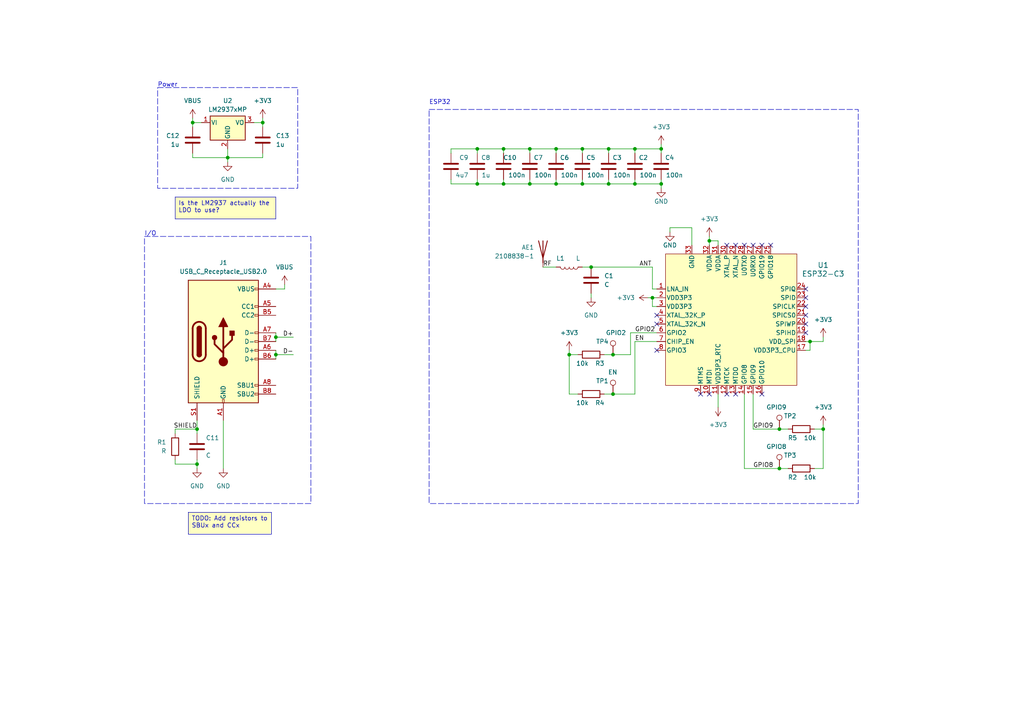
<source format=kicad_sch>
(kicad_sch (version 20230121) (generator eeschema)
  (paper "A4")
  (lib_symbols
    (symbol "Connector:TestPoint" (pin_numbers hide) (pin_names (offset 0.762) hide)
      (property "Reference" "TP" (at 0 6.858 0))
      (property "Value" "TestPoint" (at 0 5.08 0))
      (symbol "TestPoint_0_1"
        (circle (center 0 3.302) (radius 0.762))
      )
      (symbol "TestPoint_1_1"
        (pin passive line (at 0 0 90) (length 2.54) (name "1") (number "1"))
      )
    )
    (symbol "Connector:USB_C_Receptacle_USB2.0" (pin_names (offset 1.016))
      (property "Reference" "J" (at -10.16 19.05 0))
      (property "Value" "USB_C_Receptacle_USB2.0" (at 19.05 19.05 0))
      (symbol "USB_C_Receptacle_USB2.0_0_0"
        (rectangle (start -0.254 -17.78) (end 0.254 -16.764))
        (rectangle (start 10.16 -14.986) (end 9.144 -15.494))
        (rectangle (start 10.16 -12.446) (end 9.144 -12.954))
        (rectangle (start 10.16 -4.826) (end 9.144 -5.334))
        (rectangle (start 10.16 -2.286) (end 9.144 -2.794))
        (rectangle (start 10.16 0.254) (end 9.144 -0.254))
        (rectangle (start 10.16 2.794) (end 9.144 2.286))
        (rectangle (start 10.16 7.874) (end 9.144 7.366))
        (rectangle (start 10.16 10.414) (end 9.144 9.906))
        (rectangle (start 10.16 15.494) (end 9.144 14.986))
      )
      (symbol "USB_C_Receptacle_USB2.0_0_1"
        (rectangle (start -10.16 17.78) (end 10.16 -17.78) (stroke (width 0.254)) (fill (type background)))
        (arc (start -8.89 -3.81) (mid -6.985 -5.7067) (end -5.08 -3.81) (stroke (width 0.508)))
        (arc (start -7.62 -3.81) (mid -6.985 -4.4423) (end -6.35 -3.81) (stroke (width 0.254)))
        (arc (start -7.62 -3.81) (mid -6.985 -4.4423) (end -6.35 -3.81) (stroke (width 0.254)) (fill (type outline)))
        (rectangle (start -7.62 -3.81) (end -6.35 3.81) (stroke (width 0.254)) (fill (type outline)))
        (arc (start -6.35 3.81) (mid -6.985 4.4423) (end -7.62 3.81) (stroke (width 0.254)))
        (arc (start -6.35 3.81) (mid -6.985 4.4423) (end -7.62 3.81) (stroke (width 0.254)) (fill (type outline)))
        (arc (start -5.08 3.81) (mid -6.985 5.7067) (end -8.89 3.81) (stroke (width 0.508)))
        (circle (center -2.54 1.143) (radius 0.635) (stroke (width 0.254)) (fill (type outline)))
        (circle (center 0 -5.842) (radius 1.27) (fill (type outline)))
        (polyline (pts (xy -8.89 -3.81) (xy -8.89 3.81)) (stroke (width 0.508)))
        (polyline (pts (xy -5.08 3.81) (xy -5.08 -3.81)) (stroke (width 0.508)))
        (polyline (pts (xy 0 -5.842) (xy 0 4.318)) (stroke (width 0.508)))
        (polyline (pts (xy 0 -3.302) (xy -2.54 -0.762) (xy -2.54 0.508)) (stroke (width 0.508)))
        (polyline (pts (xy 0 -2.032) (xy 2.54 0.508) (xy 2.54 1.778)) (stroke (width 0.508)))
        (polyline (pts (xy -1.27 4.318) (xy 0 6.858) (xy 1.27 4.318) (xy -1.27 4.318)) (stroke (width 0.254)) (fill (type outline)))
        (rectangle (start 1.905 1.778) (end 3.175 3.048) (stroke (width 0.254)) (fill (type outline)))
      )
      (symbol "USB_C_Receptacle_USB2.0_1_1"
        (pin passive line (at 0 -22.86 90) (length 5.08) (name "GND") (number "A1"))
        (pin passive line (at 0 -22.86 90) (length 5.08) hide (name "GND") (number "A12"))
        (pin passive line (at 15.24 15.24 180) (length 5.08) (name "VBUS") (number "A4"))
        (pin bidirectional line (at 15.24 10.16 180) (length 5.08) (name "CC1") (number "A5"))
        (pin bidirectional line (at 15.24 -2.54 180) (length 5.08) (name "D+") (number "A6"))
        (pin bidirectional line (at 15.24 2.54 180) (length 5.08) (name "D-") (number "A7"))
        (pin bidirectional line (at 15.24 -12.7 180) (length 5.08) (name "SBU1") (number "A8"))
        (pin passive line (at 15.24 15.24 180) (length 5.08) hide (name "VBUS") (number "A9"))
        (pin passive line (at 0 -22.86 90) (length 5.08) hide (name "GND") (number "B1"))
        (pin passive line (at 0 -22.86 90) (length 5.08) hide (name "GND") (number "B12"))
        (pin passive line (at 15.24 15.24 180) (length 5.08) hide (name "VBUS") (number "B4"))
        (pin bidirectional line (at 15.24 7.62 180) (length 5.08) (name "CC2") (number "B5"))
        (pin bidirectional line (at 15.24 -5.08 180) (length 5.08) (name "D+") (number "B6"))
        (pin bidirectional line (at 15.24 0 180) (length 5.08) (name "D-") (number "B7"))
        (pin bidirectional line (at 15.24 -15.24 180) (length 5.08) (name "SBU2") (number "B8"))
        (pin passive line (at 15.24 15.24 180) (length 5.08) hide (name "VBUS") (number "B9"))
        (pin passive line (at -7.62 -22.86 90) (length 5.08) (name "SHIELD") (number "S1"))
      )
    )
    (symbol "Device:Antenna" (pin_numbers hide) (pin_names (offset 1.016) hide)
      (property "Reference" "AE" (at -1.905 1.905 0))
      (property "Value" "Antenna" (at -1.905 0 0))
      (symbol "Antenna_0_1"
        (polyline (pts (xy 0 2.54) (xy 0 -3.81)) (stroke (width 0.254)))
        (polyline (pts (xy 1.27 2.54) (xy 0 -2.54) (xy -1.27 2.54)) (stroke (width 0.254)))
      )
      (symbol "Antenna_1_1"
        (pin input line (at 0 -5.08 90) (length 2.54) (name "A") (number "1"))
      )
    )
    (symbol "Device:C" (pin_numbers hide) (pin_names (offset 0.254))
      (property "Reference" "C" (at 0.635 2.54 0))
      (property "Value" "C" (at 0.635 -2.54 0))
      (symbol "C_0_1"
        (polyline (pts (xy -2.032 -0.762) (xy 2.032 -0.762)) (stroke (width 0.508)))
        (polyline (pts (xy -2.032 0.762) (xy 2.032 0.762)) (stroke (width 0.508)))
      )
      (symbol "C_1_1"
        (pin passive line (at 0 3.81 270) (length 2.794) (name "~") (number "1"))
        (pin passive line (at 0 -3.81 90) (length 2.794) (name "~") (number "2"))
      )
    )
    (symbol "Device:L" (pin_numbers hide) (pin_names (offset 1.016) hide)
      (property "Reference" "L" (at -1.27 0 90))
      (property "Value" "L" (at 1.905 0 90))
      (symbol "L_0_1"
        (arc (start 0 -2.54) (mid 0.6323 -1.905) (end 0 -1.27))
        (arc (start 0 -1.27) (mid 0.6323 -0.635) (end 0 0))
        (arc (start 0 0) (mid 0.6323 0.635) (end 0 1.27))
        (arc (start 0 1.27) (mid 0.6323 1.905) (end 0 2.54))
      )
      (symbol "L_1_1"
        (pin passive line (at 0 3.81 270) (length 1.27) (name "1") (number "1"))
        (pin passive line (at 0 -3.81 90) (length 1.27) (name "2") (number "2"))
      )
    )
    (symbol "Device:R" (pin_numbers hide) (pin_names (offset 0))
      (property "Reference" "R" (at 2.032 0 90))
      (property "Value" "R" (at 0 0 90))
      (symbol "R_0_1"
        (rectangle (start -1.016 -2.54) (end 1.016 2.54) (stroke (width 0.254)))
      )
      (symbol "R_1_1"
        (pin passive line (at 0 3.81 270) (length 1.27) (name "~") (number "1"))
        (pin passive line (at 0 -3.81 90) (length 1.27) (name "~") (number "2"))
      )
    )
    (symbol "Regulator_Linear:LM2937xMP" (pin_names (offset 0.254))
      (property "Reference" "U" (at -3.81 3.175 0))
      (property "Value" "LM2937xMP" (at 0 3.175 0))
      (symbol "LM2937xMP_0_1"
        (rectangle (start -5.08 -5.08) (end 5.08 1.905) (stroke (width 0.254)) (fill (type background)))
      )
      (symbol "LM2937xMP_1_1"
        (pin power_in line (at -7.62 0 0) (length 2.54) (name "VI") (number "1"))
        (pin power_in line (at 0 -7.62 90) (length 2.54) (name "GND") (number "2"))
        (pin power_out line (at 7.62 0 180) (length 2.54) (name "VO") (number "3"))
      )
    )
    (symbol "encyclopedia_galactica:ESP32-C3" (pin_names (offset 0.254))
      (property "Reference" "U" (at 0 43.18 0))
      (property "Value" "ESP32-C3" (at 0 40.64 0))
      (symbol "ESP32-C3_0_1"
        (pin bidirectional line (at -21.59 8.89 0) (length 2.54) (name "LNA_IN") (number "1"))
        (pin bidirectional line (at -6.35 -21.59 90) (length 2.54) (name "MTDI") (number "10"))
        (pin power_in line (at -3.81 -21.59 90) (length 2.54) (name "VDD3P3_RTC") (number "11"))
        (pin bidirectional line (at -1.27 -21.59 90) (length 2.54) (name "MTCK") (number "12"))
        (pin bidirectional line (at 1.27 -21.59 90) (length 2.54) (name "MTDO") (number "13"))
        (pin bidirectional line (at 3.81 -21.59 90) (length 2.54) (name "GPIO8") (number "14"))
        (pin bidirectional line (at 6.35 -21.59 90) (length 2.54) (name "GPIO9") (number "15"))
        (pin bidirectional line (at 8.89 -21.59 90) (length 2.54) (name "GPIO10") (number "16"))
        (pin power_in line (at 21.59 -8.89 180) (length 2.54) (name "VDD3P3_CPU") (number "17"))
        (pin power_in line (at 21.59 -6.35 180) (length 2.54) (name "VDD_SPI") (number "18"))
        (pin bidirectional line (at 21.59 -3.81 180) (length 2.54) (name "SPIHD") (number "19"))
        (pin power_in line (at -21.59 6.35 0) (length 2.54) (name "VDD3P3") (number "2"))
        (pin bidirectional line (at 21.59 -1.27 180) (length 2.54) (name "SPIWP") (number "20"))
        (pin bidirectional line (at 21.59 1.27 180) (length 2.54) (name "SPICS0") (number "21"))
        (pin bidirectional line (at 21.59 3.81 180) (length 2.54) (name "SPICLK") (number "22"))
        (pin bidirectional line (at 21.59 6.35 180) (length 2.54) (name "SPID") (number "23"))
        (pin bidirectional line (at 21.59 8.89 180) (length 2.54) (name "SPIQ") (number "24"))
        (pin bidirectional line (at 11.43 21.59 270) (length 2.54) (name "GPIO18") (number "25"))
        (pin bidirectional line (at 8.89 21.59 270) (length 2.54) (name "GPIO19") (number "26"))
        (pin bidirectional line (at 6.35 21.59 270) (length 2.54) (name "U0RXD") (number "27"))
        (pin bidirectional line (at 3.81 21.59 270) (length 2.54) (name "U0TXD") (number "28"))
        (pin output line (at 1.27 21.59 270) (length 2.54) (name "XTAL_N") (number "29"))
        (pin power_in line (at -21.59 3.81 0) (length 2.54) (name "VDD3P3") (number "3"))
        (pin input line (at -1.27 21.59 270) (length 2.54) (name "XTAL_P") (number "30"))
        (pin power_in line (at -3.81 21.59 270) (length 2.54) (name "VDDA") (number "31"))
        (pin power_in line (at -6.35 21.59 270) (length 2.54) (name "VDDA") (number "32"))
        (pin power_out line (at -11.43 21.59 270) (length 2.54) (name "GND") (number "33"))
        (pin bidirectional line (at -21.59 1.27 0) (length 2.54) (name "XTAL_32K_P") (number "4"))
        (pin bidirectional line (at -21.59 -1.27 0) (length 2.54) (name "XTAL_32K_N") (number "5"))
        (pin bidirectional line (at -21.59 -3.81 0) (length 2.54) (name "GPIO2") (number "6"))
        (pin input line (at -21.59 -6.35 0) (length 2.54) (name "CHIP_EN") (number "7"))
        (pin bidirectional line (at -21.59 -8.89 0) (length 2.54) (name "GPIO3") (number "8"))
        (pin bidirectional line (at -8.89 -21.59 90) (length 2.54) (name "MTMS") (number "9"))
      )
      (symbol "ESP32-C3_1_1"
        (rectangle (start -19.05 19.05) (end 19.05 -19.05) (fill (type background)))
      )
    )
    (symbol "power:+3V3" (power) (pin_names (offset 0))
      (property "Value" "+3V3" (at 0 3.556 0))
      (symbol "+3V3_0_1"
        (polyline (pts (xy -0.762 1.27) (xy 0 2.54)))
        (polyline (pts (xy 0 0) (xy 0 2.54)))
        (polyline (pts (xy 0 2.54) (xy 0.762 1.27)))
      )
      (symbol "+3V3_1_1"
        (pin power_in line (at 0 0 90) (length 0) hide (name "+3V3") (number "1"))
      )
    )
    (symbol "power:GND" (power) (pin_names (offset 0))
      (property "Value" "GND" (at 0 -3.81 0))
      (symbol "GND_0_1"
        (polyline (pts (xy 0 0) (xy 0 -1.27) (xy 1.27 -1.27) (xy 0 -2.54) (xy -1.27 -1.27) (xy 0 -1.27)))
      )
      (symbol "GND_1_1"
        (pin power_in line (at 0 0 270) (length 0) hide (name "GND") (number "1"))
      )
    )
    (symbol "power:VBUS" (power) (pin_names (offset 0))
      (property "Value" "VBUS" (at 0 3.81 0))
      (symbol "VBUS_0_1"
        (polyline (pts (xy -0.762 1.27) (xy 0 2.54)))
        (polyline (pts (xy 0 0) (xy 0 2.54)))
        (polyline (pts (xy 0 2.54) (xy 0.762 1.27)))
      )
      (symbol "VBUS_1_1"
        (pin power_in line (at 0 0 90) (length 0) hide (name "VBUS") (number "1"))
      )
    )
  )
  (junction (at 153.67 53.34))
  (junction (at 66.04 45.72))
  (junction (at 191.77 43.18))
  (junction (at 226.06 124.46))
  (junction (at 238.76 124.46))
  (junction (at 165.1 102.87))
  (junction (at 146.05 43.18))
  (junction (at 57.15 124.46))
  (junction (at 205.74 69.85))
  (junction (at 184.15 53.34))
  (junction (at 184.15 43.18))
  (junction (at 153.67 43.18))
  (junction (at 138.43 43.18))
  (junction (at 161.29 53.34))
  (junction (at 226.06 135.89))
  (junction (at 191.77 53.34))
  (junction (at 177.8 102.87))
  (junction (at 80.01 102.87))
  (junction (at 177.8 114.3))
  (junction (at 168.91 43.18))
  (junction (at 176.53 53.34))
  (junction (at 55.88 35.56))
  (junction (at 234.95 99.06))
  (junction (at 161.29 43.18))
  (junction (at 168.91 53.34))
  (junction (at 171.45 77.47))
  (junction (at 57.15 134.62))
  (junction (at 138.43 53.34))
  (junction (at 146.05 53.34))
  (junction (at 80.01 97.79))
  (junction (at 176.53 43.18))
  (junction (at 76.2 35.56))
  (junction (at 189.23 86.36))
  (no_connect (at 233.68 86.36))
  (no_connect (at 220.98 71.12))
  (no_connect (at 205.74 114.3))
  (no_connect (at 233.68 91.44))
  (no_connect (at 215.9 71.12))
  (no_connect (at 220.98 114.3))
  (no_connect (at 190.5 101.6))
  (no_connect (at 218.44 71.12))
  (no_connect (at 190.5 91.44))
  (no_connect (at 210.82 114.3))
  (no_connect (at 213.36 71.12))
  (no_connect (at 233.68 88.9))
  (no_connect (at 233.68 96.52))
  (no_connect (at 210.82 71.12))
  (no_connect (at 203.2 114.3))
  (no_connect (at 233.68 93.98))
  (no_connect (at 213.36 114.3))
  (no_connect (at 190.5 93.98))
  (no_connect (at 233.68 83.82))
  (no_connect (at 223.52 71.12))
  (wire (pts (xy 161.29 43.18) (xy 161.29 44.45)))
  (wire (pts (xy 184.15 43.18) (xy 184.15 44.45)))
  (wire (pts (xy 161.29 52.07) (xy 161.29 53.34)))
  (wire (pts (xy 80.01 101.6) (xy 80.01 102.87)))
  (wire (pts (xy 138.43 53.34) (xy 146.05 53.34)))
  (wire (pts (xy 208.28 114.3) (xy 208.28 118.11)))
  (wire (pts (xy 177.8 102.87) (xy 182.88 102.87)))
  (wire (pts (xy 80.01 102.87) (xy 85.09 102.87)))
  (wire (pts (xy 50.8 125.73) (xy 50.8 124.46)))
  (wire (pts (xy 184.15 43.18) (xy 176.53 43.18)))
  (wire (pts (xy 168.91 53.34) (xy 176.53 53.34)))
  (wire (pts (xy 238.76 124.46) (xy 236.22 124.46)))
  (wire (pts (xy 233.68 101.6) (xy 234.95 101.6)))
  (wire (pts (xy 130.81 43.18) (xy 138.43 43.18)))
  (wire (pts (xy 57.15 121.92) (xy 57.15 124.46)))
  (wire (pts (xy 175.26 102.87) (xy 177.8 102.87)))
  (wire (pts (xy 171.45 77.47) (xy 189.23 77.47)))
  (wire (pts (xy 80.01 96.52) (xy 80.01 97.79)))
  (wire (pts (xy 80.01 97.79) (xy 85.09 97.79)))
  (wire (pts (xy 64.77 121.92) (xy 64.77 135.89)))
  (wire (pts (xy 82.55 83.82) (xy 82.55 82.55)))
  (wire (pts (xy 80.01 102.87) (xy 80.01 104.14)))
  (wire (pts (xy 168.91 43.18) (xy 161.29 43.18)))
  (wire (pts (xy 218.44 124.46) (xy 226.06 124.46)))
  (wire (pts (xy 191.77 54.61) (xy 191.77 53.34)))
  (wire (pts (xy 194.31 67.31) (xy 194.31 66.04)))
  (wire (pts (xy 191.77 43.18) (xy 184.15 43.18)))
  (wire (pts (xy 138.43 43.18) (xy 138.43 44.45)))
  (wire (pts (xy 218.44 114.3) (xy 218.44 124.46)))
  (wire (pts (xy 57.15 134.62) (xy 57.15 133.35)))
  (wire (pts (xy 189.23 83.82) (xy 190.5 83.82)))
  (wire (pts (xy 176.53 43.18) (xy 176.53 44.45)))
  (wire (pts (xy 146.05 52.07) (xy 146.05 53.34)))
  (wire (pts (xy 76.2 44.45) (xy 76.2 45.72)))
  (wire (pts (xy 215.9 135.89) (xy 226.06 135.89)))
  (wire (pts (xy 66.04 45.72) (xy 66.04 43.18)))
  (wire (pts (xy 191.77 43.18) (xy 191.77 44.45)))
  (wire (pts (xy 182.88 96.52) (xy 190.5 96.52)))
  (wire (pts (xy 238.76 123.19) (xy 238.76 124.46)))
  (wire (pts (xy 146.05 53.34) (xy 153.67 53.34)))
  (wire (pts (xy 205.74 69.85) (xy 208.28 69.85)))
  (wire (pts (xy 161.29 43.18) (xy 153.67 43.18)))
  (wire (pts (xy 238.76 135.89) (xy 236.22 135.89)))
  (wire (pts (xy 184.15 99.06) (xy 190.5 99.06)))
  (wire (pts (xy 226.06 124.46) (xy 228.6 124.46)))
  (wire (pts (xy 146.05 43.18) (xy 138.43 43.18)))
  (wire (pts (xy 153.67 43.18) (xy 146.05 43.18)))
  (wire (pts (xy 177.8 114.3) (xy 184.15 114.3)))
  (wire (pts (xy 191.77 41.91) (xy 191.77 43.18)))
  (wire (pts (xy 57.15 134.62) (xy 57.15 135.89)))
  (wire (pts (xy 205.74 68.58) (xy 205.74 69.85)))
  (wire (pts (xy 234.95 101.6) (xy 234.95 99.06)))
  (wire (pts (xy 80.01 97.79) (xy 80.01 99.06)))
  (wire (pts (xy 130.81 44.45) (xy 130.81 43.18)))
  (wire (pts (xy 165.1 114.3) (xy 167.64 114.3)))
  (wire (pts (xy 215.9 135.89) (xy 215.9 114.3)))
  (wire (pts (xy 161.29 53.34) (xy 168.91 53.34)))
  (wire (pts (xy 189.23 77.47) (xy 189.23 83.82)))
  (wire (pts (xy 76.2 35.56) (xy 76.2 36.83)))
  (wire (pts (xy 130.81 53.34) (xy 138.43 53.34)))
  (wire (pts (xy 184.15 53.34) (xy 191.77 53.34)))
  (wire (pts (xy 55.88 45.72) (xy 66.04 45.72)))
  (wire (pts (xy 168.91 77.47) (xy 171.45 77.47)))
  (wire (pts (xy 76.2 34.29) (xy 76.2 35.56)))
  (wire (pts (xy 171.45 85.09) (xy 171.45 86.36)))
  (wire (pts (xy 238.76 99.06) (xy 238.76 97.79)))
  (wire (pts (xy 226.06 135.89) (xy 228.6 135.89)))
  (wire (pts (xy 153.67 53.34) (xy 161.29 53.34)))
  (wire (pts (xy 50.8 134.62) (xy 57.15 134.62)))
  (wire (pts (xy 168.91 52.07) (xy 168.91 53.34)))
  (wire (pts (xy 73.66 35.56) (xy 76.2 35.56)))
  (wire (pts (xy 50.8 133.35) (xy 50.8 134.62)))
  (wire (pts (xy 50.8 124.46) (xy 57.15 124.46)))
  (wire (pts (xy 191.77 52.07) (xy 191.77 53.34)))
  (wire (pts (xy 189.23 88.9) (xy 189.23 86.36)))
  (wire (pts (xy 165.1 102.87) (xy 165.1 114.3)))
  (wire (pts (xy 233.68 99.06) (xy 234.95 99.06)))
  (wire (pts (xy 184.15 99.06) (xy 184.15 114.3)))
  (wire (pts (xy 55.88 34.29) (xy 55.88 35.56)))
  (wire (pts (xy 57.15 124.46) (xy 57.15 125.73)))
  (wire (pts (xy 80.01 83.82) (xy 82.55 83.82)))
  (wire (pts (xy 165.1 101.6) (xy 165.1 102.87)))
  (wire (pts (xy 208.28 69.85) (xy 208.28 71.12)))
  (wire (pts (xy 153.67 43.18) (xy 153.67 44.45)))
  (wire (pts (xy 66.04 45.72) (xy 66.04 46.99)))
  (wire (pts (xy 176.53 52.07) (xy 176.53 53.34)))
  (wire (pts (xy 165.1 102.87) (xy 167.64 102.87)))
  (wire (pts (xy 205.74 71.12) (xy 205.74 69.85)))
  (wire (pts (xy 153.67 52.07) (xy 153.67 53.34)))
  (wire (pts (xy 238.76 124.46) (xy 238.76 135.89)))
  (wire (pts (xy 130.81 52.07) (xy 130.81 53.34)))
  (wire (pts (xy 168.91 43.18) (xy 168.91 44.45)))
  (wire (pts (xy 175.26 114.3) (xy 177.8 114.3)))
  (wire (pts (xy 146.05 43.18) (xy 146.05 44.45)))
  (wire (pts (xy 138.43 52.07) (xy 138.43 53.34)))
  (wire (pts (xy 176.53 53.34) (xy 184.15 53.34)))
  (wire (pts (xy 157.48 77.47) (xy 161.29 77.47)))
  (wire (pts (xy 66.04 45.72) (xy 76.2 45.72)))
  (wire (pts (xy 176.53 43.18) (xy 168.91 43.18)))
  (wire (pts (xy 182.88 102.87) (xy 182.88 96.52)))
  (wire (pts (xy 55.88 35.56) (xy 55.88 36.83)))
  (wire (pts (xy 184.15 52.07) (xy 184.15 53.34)))
  (wire (pts (xy 55.88 44.45) (xy 55.88 45.72)))
  (wire (pts (xy 189.23 86.36) (xy 187.96 86.36)))
  (wire (pts (xy 190.5 88.9) (xy 189.23 88.9)))
  (wire (pts (xy 190.5 86.36) (xy 189.23 86.36)))
  (wire (pts (xy 200.66 66.04) (xy 200.66 71.12)))
  (wire (pts (xy 234.95 99.06) (xy 238.76 99.06)))
  (wire (pts (xy 194.31 66.04) (xy 200.66 66.04)))
  (wire (pts (xy 55.88 35.56) (xy 58.42 35.56)))
  (rectangle (start 45.72 25.4) (end 86.36 54.61) (stroke (width 0) (type dash)))
  (rectangle (start 41.91 68.58) (end 90.17 146.05) (stroke (width 0) (type dash)))
  (rectangle (start 124.46 31.75) (end 248.92 146.05) (stroke (width 0) (type dash)))
  (text_box "TODO: Add resistors to SBUx and CCx" (at 54.61 148.59 0) (size 24.13 6.35) (fill (type color) (color 255 255 194 1)) (effects (font (size 1.27 1.27)) (justify left top)))
  (text_box "Is the LM2937 actually the LDO to use?" (at 50.8 57.15 0) (size 29.21 6.35) (fill (type color) (color 255 255 194 1)) (effects (font (size 1.27 1.27)) (justify left top)))
  (text "ESP32" (at 124.46 30.48 0) (effects (font (size 1.27 1.27)) (justify left bottom)))
  (text "I/O" (at 41.91 68.58 0) (effects (font (size 1.27 1.27)) (justify left bottom)))
  (text "Power" (at 45.72 25.4 0) (effects (font (size 1.27 1.27)) (justify left bottom)))
  (label "D-" (at 85.09 102.87 180))
  (label "EN" (at 184.15 99.06 0))
  (label "D+" (at 85.09 97.79 180))
  (label "SHIELD" (at 57.15 124.46 180))
  (label "ANT" (at 185.42 77.47 0))
  (label "GPIO9" (at 218.44 124.46 0))
  (label "RF" (at 157.48 77.47 0))
  (label "GPIO8" (at 218.44 135.89 0))
  (label "GPIO2" (at 184.15 96.52 0))
  (symbol (lib_id "power:+3V3") (at 187.96 86.36 90) (unit 1)
    (property "Reference" "#PWR05" (effects hide))
    (property "Value" "+3V3" (at 184.15 86.36 90) (effects (justify left)))
  )
  (symbol (lib_id "Device:R") (at 232.41 124.46 270) (mirror x) (unit 1)
    (property "Reference" "R5" (at 229.87 127 90))
    (property "Value" "10k" (at 234.95 127 90))
    (property "Footprint" "Resistor_SMD:R_0603_1608Metric" (effects hide))
  )
  (symbol (lib_id "Connector:USB_C_Receptacle_USB2.0") (at 64.77 99.06 0) (unit 1)
    (property "Reference" "J1" (at 64.77 76.2 0))
    (property "Value" "USB_C_Receptacle_USB2.0" (at 64.77 78.74 0))
    (property "Footprint" "Connector_USB:USB_C_Receptacle_GCT_USB4105-xx-A_16P_TopMnt_Horizontal" (effects hide))
    (property "Datasheet" "https://www.usb.org/sites/default/files/documents/usb_type-c.zip" (effects hide))
  )
  (symbol (lib_id "Device:R") (at 171.45 114.3 90) (unit 1)
    (property "Reference" "R4" (at 173.99 116.84 90))
    (property "Value" "10k" (at 168.91 116.84 90))
    (property "Footprint" "Resistor_SMD:R_0603_1608Metric" (effects hide))
  )
  (symbol (lib_id "Device:R") (at 50.8 129.54 0) (unit 1)
    (property "Reference" "R1" (at 48.26 128.27 0) (effects (justify right)))
    (property "Value" "R" (at 48.26 130.81 0) (effects (justify right)))
    (property "Footprint" "Resistor_SMD:R_0603_1608Metric" (effects hide))
  )
  (symbol (lib_id "power:GND") (at 66.04 46.99 0) (unit 1)
    (property "Reference" "#PWR016" (effects hide))
    (property "Value" "GND" (at 66.04 52.07 0))
  )
  (symbol (lib_id "Device:C") (at 191.77 48.26 0) (unit 1)
    (property "Reference" "C4" (at 195.58 45.72 0) (effects (justify right)))
    (property "Value" "100n" (at 198.12 50.8 0) (effects (justify right)))
    (property "Footprint" "Capacitor_SMD:C_0603_1608Metric" (effects hide))
  )
  (symbol (lib_id "power:VBUS") (at 55.88 34.29 0) (unit 1)
    (property "Reference" "#PWR014" (effects hide))
    (property "Value" "VBUS" (at 55.88 29.21 0))
  )
  (symbol (lib_id "Connector:TestPoint") (at 177.8 114.3 0) (mirror y) (unit 1)
    (property "Reference" "TP1" (at 176.53 110.49 0) (effects (justify left)))
    (property "Value" "EN" (at 179.07 107.95 0) (effects (justify left)))
    (property "Footprint" "TestPoint:TestPoint_Pad_D2.0mm" (effects hide))
  )
  (symbol (lib_id "Device:C") (at 176.53 48.26 0) (unit 1)
    (property "Reference" "C3" (at 180.34 45.72 0) (effects (justify right)))
    (property "Value" "100n" (at 182.88 50.8 0) (effects (justify right)))
    (property "Footprint" "Capacitor_SMD:C_0603_1608Metric" (effects hide))
  )
  (symbol (lib_id "Device:C") (at 57.15 129.54 0) (unit 1)
    (property "Reference" "C11" (at 59.69 127 0) (effects (justify left)))
    (property "Value" "C" (at 59.69 132.08 0) (effects (justify left)))
    (property "Footprint" "Capacitor_SMD:C_0603_1608Metric" (effects hide))
  )
  (symbol (lib_id "power:+3V3") (at 76.2 34.29 0) (unit 1)
    (property "Reference" "#PWR015" (effects hide))
    (property "Value" "+3V3" (at 76.2 29.21 0))
  )
  (symbol (lib_id "power:GND") (at 191.77 54.61 0) (unit 1)
    (property "Reference" "#PWR09" (effects hide))
    (property "Value" "GND" (at 191.77 58.42 0))
  )
  (symbol (lib_id "Regulator_Linear:LM2937xMP") (at 66.04 35.56 0) (unit 1)
    (property "Reference" "U2" (at 66.04 29.21 0))
    (property "Value" "LM2937xMP" (at 66.04 31.75 0))
    (property "Footprint" "Package_TO_SOT_SMD:SOT-223-3_TabPin2" (effects hide))
    (property "Datasheet" "http://www.ti.com/lit/ds/symlink/lm2937.pdf" (effects hide))
  )
  (symbol (lib_id "power:+3V3") (at 208.28 118.11 0) (mirror x) (unit 1)
    (property "Reference" "#PWR06" (effects hide))
    (property "Value" "+3V3" (at 208.28 123.19 0))
  )
  (symbol (lib_id "encyclopedia_galactica:ESP32-C3") (at 212.09 92.71 0) (unit 1)
    (property "Reference" "U1" (at 238.76 76.8919 0) (effects (font (size 1.524 1.524))))
    (property "Value" "ESP32-C3" (at 238.76 79.4319 0) (effects (font (size 1.524 1.524))))
    (property "Footprint" "encyclopedia_galactica:QFN32_5X5_EXP" (effects hide))
    (property "Datasheet" "ESP32-C3" (effects hide))
  )
  (symbol (lib_id "power:+3V3") (at 238.76 97.79 0) (unit 1)
    (property "Reference" "#PWR04" (effects hide))
    (property "Value" "+3V3" (at 238.76 92.71 0))
  )
  (symbol (lib_id "Device:C") (at 146.05 48.26 0) (unit 1)
    (property "Reference" "C10" (at 149.86 45.72 0) (effects (justify right)))
    (property "Value" "100n" (at 152.4 50.8 0) (effects (justify right)))
    (property "Footprint" "Capacitor_SMD:C_0603_1608Metric" (effects hide))
  )
  (symbol (lib_id "Device:C") (at 76.2 40.64 0) (mirror y) (unit 1)
    (property "Reference" "C13" (at 80.01 39.37 0) (effects (justify right)))
    (property "Value" "1u" (at 80.01 41.91 0) (effects (justify right)))
    (property "Footprint" "Capacitor_SMD:C_0603_1608Metric" (effects hide))
  )
  (symbol (lib_id "Device:C") (at 184.15 48.26 0) (unit 1)
    (property "Reference" "C2" (at 187.96 45.72 0) (effects (justify right)))
    (property "Value" "100n" (at 190.5 50.8 0) (effects (justify right)))
    (property "Footprint" "Capacitor_SMD:C_0603_1608Metric" (effects hide))
  )
  (symbol (lib_id "Device:Antenna") (at 157.48 72.39 0) (mirror y) (unit 1)
    (property "Reference" "AE1" (at 154.94 71.755 0) (effects (justify left)))
    (property "Value" "2108838-1" (at 154.94 74.295 0) (effects (justify left)))
    (property "Footprint" "encyclopedia_galactica:2108838-1" (effects hide))
  )
  (symbol (lib_id "Device:C") (at 168.91 48.26 0) (unit 1)
    (property "Reference" "C5" (at 172.72 45.72 0) (effects (justify right)))
    (property "Value" "100n" (at 175.26 50.8 0) (effects (justify right)))
    (property "Footprint" "Capacitor_SMD:C_0603_1608Metric" (effects hide))
  )
  (symbol (lib_id "Connector:TestPoint") (at 226.06 124.46 0) (unit 1)
    (property "Reference" "TP2" (at 227.33 120.65 0) (effects (justify left)))
    (property "Value" "GPIO9" (at 222.25 118.11 0) (effects (justify left)))
    (property "Footprint" "TestPoint:TestPoint_Pad_D2.0mm" (effects hide))
  )
  (symbol (lib_id "Device:C") (at 138.43 48.26 0) (unit 1)
    (property "Reference" "C8" (at 142.24 45.72 0) (effects (justify right)))
    (property "Value" "1u" (at 142.24 50.8 0) (effects (justify right)))
    (property "Footprint" "Capacitor_SMD:C_0603_1608Metric" (effects hide))
  )
  (symbol (lib_id "Connector:TestPoint") (at 226.06 135.89 0) (unit 1)
    (property "Reference" "TP3" (at 227.33 132.08 0) (effects (justify left)))
    (property "Value" "GPIO8" (at 222.25 129.54 0) (effects (justify left)))
    (property "Footprint" "TestPoint:TestPoint_Pad_D2.0mm" (effects hide))
  )
  (symbol (lib_id "Device:C") (at 171.45 81.28 0) (mirror y) (unit 1)
    (property "Reference" "C1" (at 175.26 80.01 0) (effects (justify right)))
    (property "Value" "C" (at 175.26 82.55 0) (effects (justify right)))
    (property "Footprint" "Capacitor_SMD:C_0603_1608Metric" (effects hide))
  )
  (symbol (lib_id "power:+3V3") (at 205.74 68.58 0) (unit 1)
    (property "Reference" "#PWR03" (effects hide))
    (property "Value" "+3V3" (at 205.74 63.5 0))
  )
  (symbol (lib_id "power:+3V3") (at 191.77 41.91 0) (unit 1)
    (property "Reference" "#PWR08" (effects hide))
    (property "Value" "+3V3" (at 191.77 36.83 0))
  )
  (symbol (lib_id "power:+3V3") (at 165.1 101.6 0) (unit 1)
    (property "Reference" "#PWR010" (effects hide))
    (property "Value" "+3V3" (at 165.1 96.52 0))
  )
  (symbol (lib_id "Device:C") (at 130.81 48.26 0) (unit 1)
    (property "Reference" "C9" (at 135.89 45.72 0) (effects (justify right)))
    (property "Value" "4u7" (at 135.89 50.8 0) (effects (justify right)))
    (property "Footprint" "Capacitor_SMD:C_0603_1608Metric" (effects hide))
  )
  (symbol (lib_id "power:GND") (at 194.31 67.31 0) (unit 1)
    (property "Reference" "#PWR02" (effects hide))
    (property "Value" "GND" (at 194.31 71.12 0))
  )
  (symbol (lib_id "Connector:TestPoint") (at 177.8 102.87 0) (mirror y) (unit 1)
    (property "Reference" "TP4" (at 176.53 99.06 0) (effects (justify left)))
    (property "Value" "GPIO2" (at 181.61 96.52 0) (effects (justify left)))
    (property "Footprint" "TestPoint:TestPoint_Pad_D2.0mm" (effects hide))
  )
  (symbol (lib_id "power:+3V3") (at 238.76 123.19 0) (mirror y) (unit 1)
    (property "Reference" "#PWR07" (effects hide))
    (property "Value" "+3V3" (at 238.76 118.11 0))
  )
  (symbol (lib_id "Device:C") (at 161.29 48.26 0) (unit 1)
    (property "Reference" "C6" (at 165.1 45.72 0) (effects (justify right)))
    (property "Value" "100n" (at 167.64 50.8 0) (effects (justify right)))
    (property "Footprint" "Capacitor_SMD:C_0603_1608Metric" (effects hide))
  )
  (symbol (lib_id "power:GND") (at 171.45 86.36 0) (unit 1)
    (property "Reference" "#PWR01" (effects hide))
    (property "Value" "GND" (at 171.45 91.44 0))
  )
  (symbol (lib_id "Device:L") (at 165.1 77.47 90) (mirror x) (unit 1)
    (property "Reference" "L1" (at 162.56 74.93 90))
    (property "Value" "L" (at 167.64 74.93 90))
    (property "Footprint" "Inductor_SMD:L_0603_1608Metric" (effects hide))
  )
  (symbol (lib_id "Device:R") (at 232.41 135.89 270) (mirror x) (unit 1)
    (property "Reference" "R2" (at 229.87 138.43 90))
    (property "Value" "10k" (at 234.95 138.43 90))
    (property "Footprint" "Resistor_SMD:R_0603_1608Metric" (effects hide))
  )
  (symbol (lib_id "power:GND") (at 57.15 135.89 0) (unit 1)
    (property "Reference" "#PWR013" (effects hide))
    (property "Value" "GND" (at 57.15 140.97 0))
  )
  (symbol (lib_id "Device:R") (at 171.45 102.87 90) (unit 1)
    (property "Reference" "R3" (at 173.99 105.41 90))
    (property "Value" "10k" (at 168.91 105.41 90))
    (property "Footprint" "Resistor_SMD:R_0603_1608Metric" (effects hide))
  )
  (symbol (lib_id "Device:C") (at 55.88 40.64 0) (unit 1)
    (property "Reference" "C12" (at 52.07 39.37 0) (effects (justify right)))
    (property "Value" "1u" (at 52.07 41.91 0) (effects (justify right)))
    (property "Footprint" "Capacitor_SMD:C_0603_1608Metric" (effects hide))
  )
  (symbol (lib_id "power:VBUS") (at 82.55 82.55 0) (unit 1)
    (property "Reference" "#PWR011" (effects hide))
    (property "Value" "VBUS" (at 82.55 77.47 0))
  )
  (symbol (lib_id "power:GND") (at 64.77 135.89 0) (unit 1)
    (property "Reference" "#PWR012" (effects hide))
    (property "Value" "GND" (at 64.77 140.97 0))
  )
  (symbol (lib_id "Device:C") (at 153.67 48.26 0) (unit 1)
    (property "Reference" "C7" (at 157.48 45.72 0) (effects (justify right)))
    (property "Value" "100n" (at 160.02 50.8 0) (effects (justify right)))
    (property "Footprint" "Capacitor_SMD:C_0603_1608Metric" (effects hide))
  )
)
</source>
